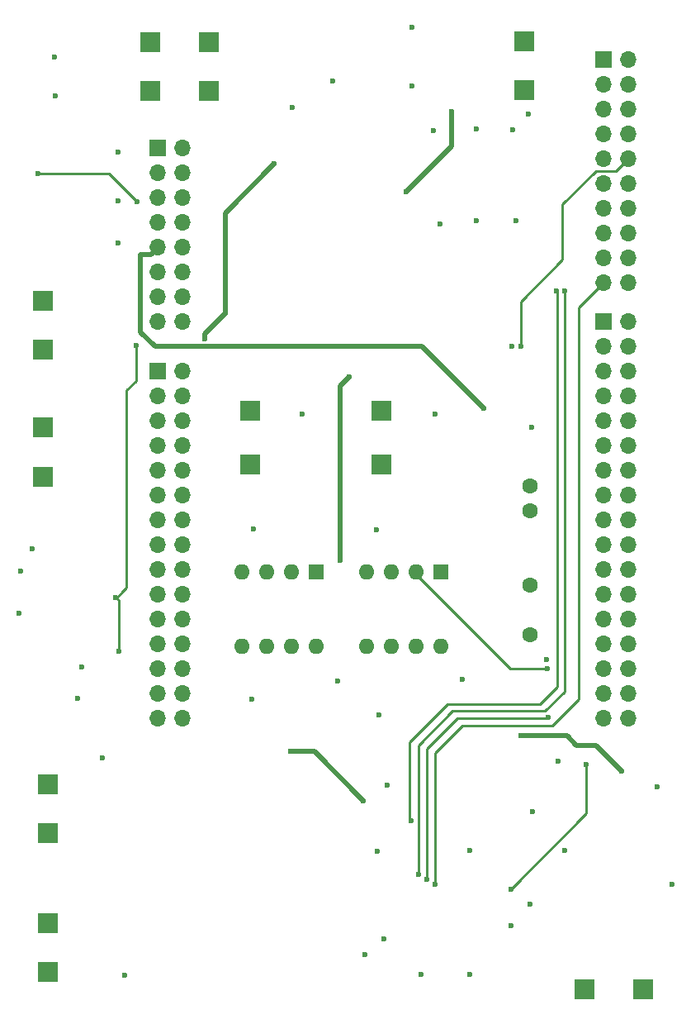
<source format=gbl>
G04 #@! TF.GenerationSoftware,KiCad,Pcbnew,8.0.6*
G04 #@! TF.CreationDate,2024-12-04T22:51:12+00:00*
G04 #@! TF.ProjectId,Pulse generator daughter board,50756c73-6520-4676-956e-657261746f72,rev?*
G04 #@! TF.SameCoordinates,Original*
G04 #@! TF.FileFunction,Copper,L4,Bot*
G04 #@! TF.FilePolarity,Positive*
%FSLAX46Y46*%
G04 Gerber Fmt 4.6, Leading zero omitted, Abs format (unit mm)*
G04 Created by KiCad (PCBNEW 8.0.6) date 2024-12-04 22:51:12*
%MOMM*%
%LPD*%
G01*
G04 APERTURE LIST*
G04 Aperture macros list*
%AMRoundRect*
0 Rectangle with rounded corners*
0 $1 Rounding radius*
0 $2 $3 $4 $5 $6 $7 $8 $9 X,Y pos of 4 corners*
0 Add a 4 corners polygon primitive as box body*
4,1,4,$2,$3,$4,$5,$6,$7,$8,$9,$2,$3,0*
0 Add four circle primitives for the rounded corners*
1,1,$1+$1,$2,$3*
1,1,$1+$1,$4,$5*
1,1,$1+$1,$6,$7*
1,1,$1+$1,$8,$9*
0 Add four rect primitives between the rounded corners*
20,1,$1+$1,$2,$3,$4,$5,0*
20,1,$1+$1,$4,$5,$6,$7,0*
20,1,$1+$1,$6,$7,$8,$9,0*
20,1,$1+$1,$8,$9,$2,$3,0*%
G04 Aperture macros list end*
G04 #@! TA.AperFunction,ComponentPad*
%ADD10RoundRect,0.250001X-0.799999X0.799999X-0.799999X-0.799999X0.799999X-0.799999X0.799999X0.799999X0*%
G04 #@! TD*
G04 #@! TA.AperFunction,ComponentPad*
%ADD11RoundRect,0.250001X-0.799999X-0.799999X0.799999X-0.799999X0.799999X0.799999X-0.799999X0.799999X0*%
G04 #@! TD*
G04 #@! TA.AperFunction,ComponentPad*
%ADD12RoundRect,0.250001X0.799999X-0.799999X0.799999X0.799999X-0.799999X0.799999X-0.799999X-0.799999X0*%
G04 #@! TD*
G04 #@! TA.AperFunction,ComponentPad*
%ADD13C,1.600000*%
G04 #@! TD*
G04 #@! TA.AperFunction,ComponentPad*
%ADD14R,1.600000X1.600000*%
G04 #@! TD*
G04 #@! TA.AperFunction,ComponentPad*
%ADD15O,1.600000X1.600000*%
G04 #@! TD*
G04 #@! TA.AperFunction,ComponentPad*
%ADD16R,1.700000X1.700000*%
G04 #@! TD*
G04 #@! TA.AperFunction,ComponentPad*
%ADD17O,1.700000X1.700000*%
G04 #@! TD*
G04 #@! TA.AperFunction,ViaPad*
%ADD18C,0.600000*%
G04 #@! TD*
G04 #@! TA.AperFunction,Conductor*
%ADD19C,0.500000*%
G04 #@! TD*
G04 #@! TA.AperFunction,Conductor*
%ADD20C,0.250000*%
G04 #@! TD*
G04 APERTURE END LIST*
D10*
X136710000Y-89720000D03*
X123210000Y-89720000D03*
X136710000Y-84220000D03*
X123210000Y-84220000D03*
D11*
X112960000Y-51470000D03*
X112960000Y-46470000D03*
X157510000Y-143470000D03*
D12*
X101960000Y-72970000D03*
D13*
X151900000Y-91890000D03*
X151900000Y-94430000D03*
X151900000Y-102050000D03*
X151900000Y-107130000D03*
D11*
X102460000Y-122470000D03*
D14*
X142760000Y-100670000D03*
D15*
X140220000Y-100670000D03*
X137680000Y-100670000D03*
X135140000Y-100670000D03*
X135140000Y-108290000D03*
X137680000Y-108290000D03*
X140220000Y-108290000D03*
X142760000Y-108290000D03*
D11*
X102460000Y-127470000D03*
X118960000Y-46470000D03*
X118960000Y-51470000D03*
X163510000Y-143470000D03*
D10*
X101960000Y-90970000D03*
D11*
X102460000Y-136720000D03*
X151340000Y-46380000D03*
D12*
X101960000Y-77970000D03*
D16*
X113780000Y-80170000D03*
D17*
X116320000Y-80170000D03*
X113780000Y-82710000D03*
X116320000Y-82710000D03*
X113780000Y-85250000D03*
X116320000Y-85250000D03*
X113780000Y-87790000D03*
X116320000Y-87790000D03*
X113780000Y-90330000D03*
X116320000Y-90330000D03*
X113780000Y-92870000D03*
X116320000Y-92870000D03*
X113780000Y-95410000D03*
X116320000Y-95410000D03*
X113780000Y-97950000D03*
X116320000Y-97950000D03*
X113780000Y-100490000D03*
X116320000Y-100490000D03*
X113780000Y-103030000D03*
X116320000Y-103030000D03*
X113780000Y-105570000D03*
X116320000Y-105570000D03*
X113780000Y-108110000D03*
X116320000Y-108110000D03*
X113780000Y-110650000D03*
X116320000Y-110650000D03*
X113780000Y-113190000D03*
X116320000Y-113190000D03*
X113780000Y-115730000D03*
X116320000Y-115730000D03*
D14*
X130030000Y-100700000D03*
D15*
X127490000Y-100700000D03*
X124950000Y-100700000D03*
X122410000Y-100700000D03*
X122410000Y-108320000D03*
X124950000Y-108320000D03*
X127490000Y-108320000D03*
X130030000Y-108320000D03*
D16*
X159500000Y-75090000D03*
D17*
X162040000Y-75090000D03*
X159500000Y-77630000D03*
X162040000Y-77630000D03*
X159500000Y-80170000D03*
X162040000Y-80170000D03*
X159500000Y-82710000D03*
X162040000Y-82710000D03*
X159500000Y-85250000D03*
X162040000Y-85250000D03*
X159500000Y-87790000D03*
X162040000Y-87790000D03*
X159500000Y-90330000D03*
X162040000Y-90330000D03*
X159500000Y-92870000D03*
X162040000Y-92870000D03*
X159500000Y-95410000D03*
X162040000Y-95410000D03*
X159500000Y-97950000D03*
X162040000Y-97950000D03*
X159500000Y-100490000D03*
X162040000Y-100490000D03*
X159500000Y-103030000D03*
X162040000Y-103030000D03*
X159500000Y-105570000D03*
X162040000Y-105570000D03*
X159500000Y-108110000D03*
X162040000Y-108110000D03*
X159500000Y-110650000D03*
X162040000Y-110650000D03*
X159500000Y-113190000D03*
X162040000Y-113190000D03*
X159500000Y-115730000D03*
X162040000Y-115730000D03*
D11*
X102460000Y-141720000D03*
D16*
X159500000Y-48170000D03*
D17*
X162040000Y-48170000D03*
X159500000Y-50710000D03*
X162040000Y-50710000D03*
X159500000Y-53250000D03*
X162040000Y-53250000D03*
X159500000Y-55790000D03*
X162040000Y-55790000D03*
X159500000Y-58330000D03*
X162040000Y-58330000D03*
X159500000Y-60870000D03*
X162040000Y-60870000D03*
X159500000Y-63410000D03*
X162040000Y-63410000D03*
X159500000Y-65950000D03*
X162040000Y-65950000D03*
X159500000Y-68490000D03*
X162040000Y-68490000D03*
X159500000Y-71030000D03*
X162040000Y-71030000D03*
D11*
X151340000Y-51380000D03*
D10*
X101960000Y-85870000D03*
D16*
X113780000Y-57310000D03*
D17*
X116320000Y-57310000D03*
X113780000Y-59850000D03*
X116320000Y-59850000D03*
X113780000Y-62390000D03*
X116320000Y-62390000D03*
X113780000Y-64930000D03*
X116320000Y-64930000D03*
X113780000Y-67470000D03*
X116320000Y-67470000D03*
X113780000Y-70010000D03*
X116320000Y-70010000D03*
X113780000Y-72550000D03*
X116320000Y-72550000D03*
X113780000Y-75090000D03*
X116320000Y-75090000D03*
D18*
X153660000Y-109720000D03*
X150060000Y-77620000D03*
X139260000Y-61720000D03*
X133360000Y-80720000D03*
X143860000Y-53520000D03*
X132460000Y-99520000D03*
X120660000Y-74220000D03*
X125660000Y-58920000D03*
X118560000Y-76820000D03*
X150960000Y-77620000D03*
X150460000Y-64720000D03*
X146460000Y-64720000D03*
X142660000Y-65020000D03*
X142060000Y-55520000D03*
X146460000Y-55320000D03*
X150160000Y-55420000D03*
X151760000Y-53820000D03*
X139860000Y-50920000D03*
X139860000Y-44920000D03*
X131660000Y-50420000D03*
X127560000Y-53120000D03*
X109760000Y-108820000D03*
X109460000Y-103320000D03*
X111560000Y-77520000D03*
X134860000Y-124120000D03*
X127360000Y-119120000D03*
X101460000Y-59920000D03*
X111615000Y-62765000D03*
X103160000Y-47920000D03*
X142160000Y-84520000D03*
X153785000Y-115645000D03*
X128560000Y-84520000D03*
X136160000Y-96420000D03*
X123560000Y-96320000D03*
X152060000Y-85920000D03*
X153690000Y-110650000D03*
X137260000Y-122520000D03*
X136260000Y-129320000D03*
X132160000Y-111920000D03*
X144960000Y-111720000D03*
X136460000Y-115320000D03*
X123360000Y-113720000D03*
X134960000Y-139920000D03*
X110360000Y-142020000D03*
X108030000Y-119720000D03*
X105560000Y-113620000D03*
X105960000Y-110420000D03*
X99560000Y-104920000D03*
X99660000Y-100620000D03*
X100860000Y-98320000D03*
X109660000Y-67020000D03*
X109660000Y-62720000D03*
X109660000Y-57720000D03*
X103260000Y-51920000D03*
X154659997Y-71920000D03*
X139710000Y-126220000D03*
X155460000Y-71920000D03*
X140460000Y-131720000D03*
X141360000Y-132220000D03*
X142210000Y-132720000D03*
X136960000Y-138257500D03*
X161335000Y-121095000D03*
X150960000Y-117470000D03*
X155460000Y-129220000D03*
X152210000Y-125220000D03*
X154835000Y-120095000D03*
X157710000Y-120470000D03*
X149960000Y-133220000D03*
X145710000Y-129220000D03*
X151960000Y-134720000D03*
X166460000Y-132720000D03*
X164960000Y-122720000D03*
X149960000Y-136970000D03*
X140710000Y-141970000D03*
X145710000Y-141970000D03*
X147160000Y-83920000D03*
D19*
X143860000Y-57120000D02*
X143860000Y-53520000D01*
X132460000Y-81620000D02*
X133360000Y-80720000D01*
X132460000Y-99520000D02*
X132460000Y-81620000D01*
X139260000Y-61720000D02*
X143860000Y-57120000D01*
X120660000Y-63920000D02*
X125660000Y-58920000D01*
X120660000Y-74220000D02*
X120660000Y-63920000D01*
X118560000Y-76320000D02*
X120660000Y-74220000D01*
X118560000Y-76820000D02*
X118560000Y-76320000D01*
X113030000Y-68220000D02*
X113780000Y-67470000D01*
X111960000Y-76120000D02*
X111960000Y-68220000D01*
X113460000Y-77620000D02*
X111960000Y-76120000D01*
X140860000Y-77620000D02*
X113460000Y-77620000D01*
X111960000Y-68220000D02*
X113030000Y-68220000D01*
X147160000Y-83920000D02*
X140860000Y-77620000D01*
D20*
X158660000Y-59620000D02*
X160750000Y-59620000D01*
X160750000Y-59620000D02*
X162040000Y-58330000D01*
X155260000Y-63020000D02*
X158660000Y-59620000D01*
X155260000Y-68720000D02*
X155260000Y-63020000D01*
X150960000Y-77620000D02*
X150960000Y-73020000D01*
X150960000Y-73020000D02*
X155260000Y-68720000D01*
X109760000Y-103620000D02*
X109760000Y-108820000D01*
X109460000Y-103320000D02*
X109760000Y-103620000D01*
X109560000Y-103320000D02*
X109460000Y-103320000D01*
X110110000Y-102770000D02*
X109560000Y-103320000D01*
X111560000Y-77520000D02*
X111560000Y-81120000D01*
X111560000Y-81120000D02*
X110560000Y-82120000D01*
X110560000Y-82120000D02*
X110560000Y-102320000D01*
X110560000Y-102320000D02*
X110110000Y-102770000D01*
D19*
X127360000Y-119120000D02*
X129860000Y-119120000D01*
X129860000Y-119120000D02*
X134860000Y-124120000D01*
D20*
X111615000Y-62765000D02*
X108770000Y-59920000D01*
X108770000Y-59920000D02*
X101460000Y-59920000D01*
X139560000Y-126070000D02*
X139710000Y-126220000D01*
X139560000Y-118120000D02*
X139560000Y-126070000D01*
X143460000Y-114220000D02*
X139560000Y-118120000D01*
X152960000Y-114220000D02*
X143460000Y-114220000D01*
X154710000Y-71970003D02*
X154710000Y-112470000D01*
X154659997Y-71920000D02*
X154710000Y-71970003D01*
X154710000Y-112470000D02*
X152960000Y-114220000D01*
X143960000Y-114970000D02*
X140460000Y-118470000D01*
X153460000Y-114970000D02*
X143960000Y-114970000D01*
X155460000Y-112970000D02*
X153460000Y-114970000D01*
X155460000Y-71920000D02*
X155460000Y-112970000D01*
X140460000Y-118470000D02*
X140460000Y-131720000D01*
X149860000Y-110620000D02*
X140220000Y-100980000D01*
X153660000Y-110620000D02*
X149860000Y-110620000D01*
X153690000Y-110650000D02*
X153660000Y-110620000D01*
X140220000Y-100980000D02*
X140220000Y-100670000D01*
X141360000Y-118820000D02*
X144460000Y-115720000D01*
X153710000Y-115720000D02*
X153785000Y-115645000D01*
X141360000Y-132220000D02*
X141360000Y-118820000D01*
X144460000Y-115720000D02*
X153710000Y-115720000D01*
X156960000Y-113720000D02*
X156960000Y-73570000D01*
X154210000Y-116470000D02*
X156960000Y-113720000D01*
X156960000Y-73570000D02*
X159500000Y-71030000D01*
X144960000Y-116470000D02*
X154210000Y-116470000D01*
X142210000Y-119220000D02*
X144960000Y-116470000D01*
X142210000Y-132720000D02*
X142210000Y-119220000D01*
D19*
X158710000Y-118470000D02*
X161335000Y-121095000D01*
X150960000Y-117470000D02*
X155710000Y-117470000D01*
X155710000Y-117470000D02*
X156710000Y-118470000D01*
X156710000Y-118470000D02*
X158710000Y-118470000D01*
D20*
X157710000Y-120470000D02*
X157710000Y-125470000D01*
X157710000Y-125470000D02*
X149960000Y-133220000D01*
M02*

</source>
